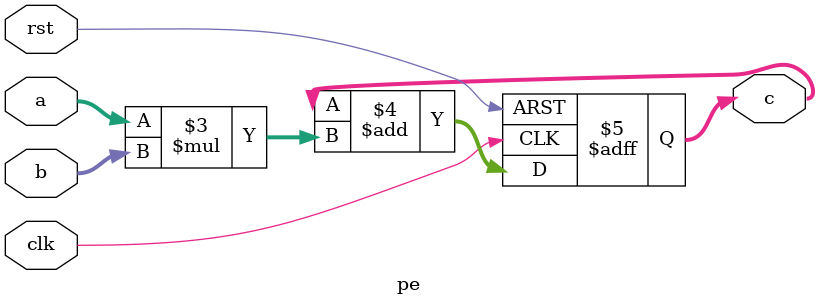
<source format=v>

module pe (
    input wire clk,
    input wire rst,
    input wire [31:0] a,
    input wire [31:0] b,
    output reg [31:0] c
);

always @(posedge clk or posedge rst) begin
    if (rst == 1) begin
        c <= 0;
    end else begin
        c <= c + (a * b);
    end
end

endmodule
</source>
